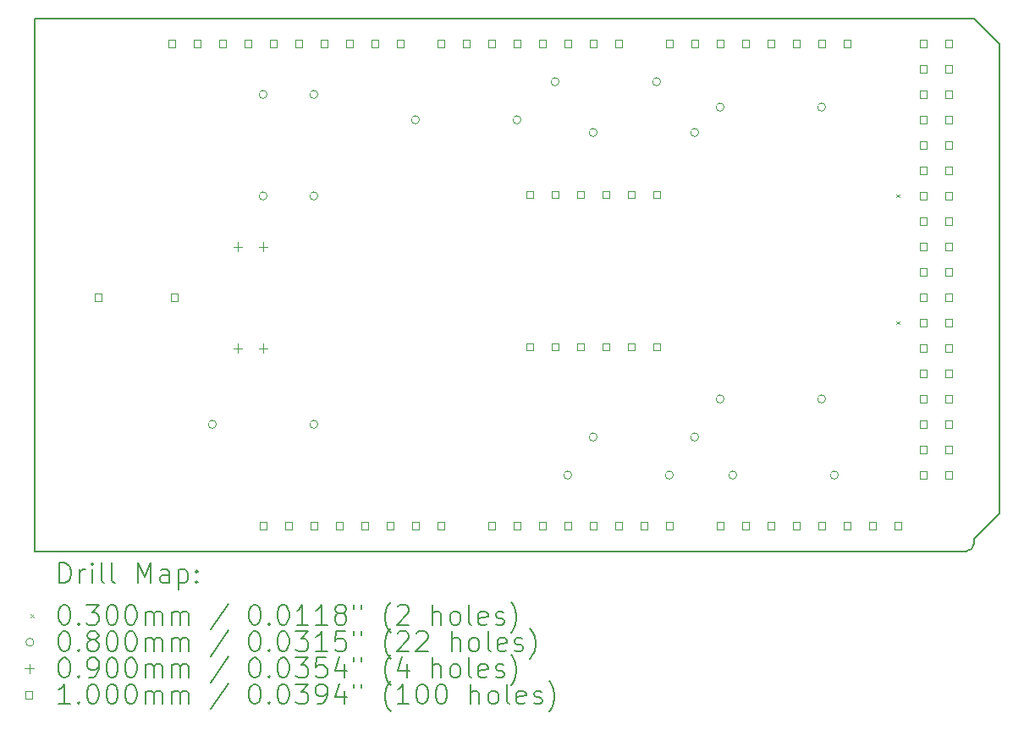
<source format=gbr>
%TF.GenerationSoftware,KiCad,Pcbnew,(6.0.8)*%
%TF.CreationDate,2022-10-24T16:19:59-07:00*%
%TF.ProjectId,p_4,705f342e-6b69-4636-9164-5f7063625858,rev?*%
%TF.SameCoordinates,Original*%
%TF.FileFunction,Drillmap*%
%TF.FilePolarity,Positive*%
%FSLAX45Y45*%
G04 Gerber Fmt 4.5, Leading zero omitted, Abs format (unit mm)*
G04 Created by KiCad (PCBNEW (6.0.8)) date 2022-10-24 16:19:59*
%MOMM*%
%LPD*%
G01*
G04 APERTURE LIST*
%ADD10C,0.150000*%
%ADD11C,0.200000*%
%ADD12C,0.030000*%
%ADD13C,0.080000*%
%ADD14C,0.090000*%
%ADD15C,0.100000*%
G04 APERTURE END LIST*
D10*
X10508000Y-10000000D02*
X10508000Y-4666000D01*
X20160000Y-6190000D02*
X20160000Y-9619000D01*
X20160000Y-4920000D02*
X19906000Y-4666000D01*
X19829800Y-10000000D02*
X10508000Y-10000000D01*
X10508000Y-4666000D02*
X19652000Y-4666000D01*
X20160000Y-9619000D02*
X19906000Y-9873000D01*
X19829800Y-10000000D02*
G75*
G03*
X19906000Y-9923800I0J76200D01*
G01*
X19906000Y-4666000D02*
X19652000Y-4666000D01*
X20160000Y-4920000D02*
X20160000Y-5936000D01*
X19906000Y-9873000D02*
X19906000Y-9923800D01*
X20160000Y-6190000D02*
X20160000Y-5936000D01*
D11*
D12*
X19129000Y-6429000D02*
X19159000Y-6459000D01*
X19159000Y-6429000D02*
X19129000Y-6459000D01*
X19129000Y-7699000D02*
X19159000Y-7729000D01*
X19159000Y-7699000D02*
X19129000Y-7729000D01*
D13*
X12326000Y-8730000D02*
G75*
G03*
X12326000Y-8730000I-40000J0D01*
G01*
X12834000Y-5428000D02*
G75*
G03*
X12834000Y-5428000I-40000J0D01*
G01*
X12834000Y-6444000D02*
G75*
G03*
X12834000Y-6444000I-40000J0D01*
G01*
X13342000Y-5428000D02*
G75*
G03*
X13342000Y-5428000I-40000J0D01*
G01*
X13342000Y-6444000D02*
G75*
G03*
X13342000Y-6444000I-40000J0D01*
G01*
X13342000Y-8730000D02*
G75*
G03*
X13342000Y-8730000I-40000J0D01*
G01*
X14358000Y-5682000D02*
G75*
G03*
X14358000Y-5682000I-40000J0D01*
G01*
X15374000Y-5682000D02*
G75*
G03*
X15374000Y-5682000I-40000J0D01*
G01*
X15755000Y-5301000D02*
G75*
G03*
X15755000Y-5301000I-40000J0D01*
G01*
X15882000Y-9238000D02*
G75*
G03*
X15882000Y-9238000I-40000J0D01*
G01*
X16136000Y-5809000D02*
G75*
G03*
X16136000Y-5809000I-40000J0D01*
G01*
X16136000Y-8857000D02*
G75*
G03*
X16136000Y-8857000I-40000J0D01*
G01*
X16771000Y-5301000D02*
G75*
G03*
X16771000Y-5301000I-40000J0D01*
G01*
X16898000Y-9238000D02*
G75*
G03*
X16898000Y-9238000I-40000J0D01*
G01*
X17152000Y-5809000D02*
G75*
G03*
X17152000Y-5809000I-40000J0D01*
G01*
X17152000Y-8857000D02*
G75*
G03*
X17152000Y-8857000I-40000J0D01*
G01*
X17406000Y-5555000D02*
G75*
G03*
X17406000Y-5555000I-40000J0D01*
G01*
X17406000Y-8476000D02*
G75*
G03*
X17406000Y-8476000I-40000J0D01*
G01*
X17533000Y-9238000D02*
G75*
G03*
X17533000Y-9238000I-40000J0D01*
G01*
X18422000Y-5555000D02*
G75*
G03*
X18422000Y-5555000I-40000J0D01*
G01*
X18422000Y-8476000D02*
G75*
G03*
X18422000Y-8476000I-40000J0D01*
G01*
X18549000Y-9238000D02*
G75*
G03*
X18549000Y-9238000I-40000J0D01*
G01*
D14*
X12540000Y-6907000D02*
X12540000Y-6997000D01*
X12495000Y-6952000D02*
X12585000Y-6952000D01*
X12540000Y-7923000D02*
X12540000Y-8013000D01*
X12495000Y-7968000D02*
X12585000Y-7968000D01*
X12794000Y-6907000D02*
X12794000Y-6997000D01*
X12749000Y-6952000D02*
X12839000Y-6952000D01*
X12794000Y-7923000D02*
X12794000Y-8013000D01*
X12749000Y-7968000D02*
X12839000Y-7968000D01*
D15*
X11179356Y-7495356D02*
X11179356Y-7424644D01*
X11108644Y-7424644D01*
X11108644Y-7495356D01*
X11179356Y-7495356D01*
X11914956Y-4955356D02*
X11914956Y-4884644D01*
X11844244Y-4884644D01*
X11844244Y-4955356D01*
X11914956Y-4955356D01*
X11939356Y-7495356D02*
X11939356Y-7424644D01*
X11868644Y-7424644D01*
X11868644Y-7495356D01*
X11939356Y-7495356D01*
X12168956Y-4955356D02*
X12168956Y-4884644D01*
X12098244Y-4884644D01*
X12098244Y-4955356D01*
X12168956Y-4955356D01*
X12422956Y-4955356D02*
X12422956Y-4884644D01*
X12352244Y-4884644D01*
X12352244Y-4955356D01*
X12422956Y-4955356D01*
X12676956Y-4955356D02*
X12676956Y-4884644D01*
X12606244Y-4884644D01*
X12606244Y-4955356D01*
X12676956Y-4955356D01*
X12829356Y-9781356D02*
X12829356Y-9710644D01*
X12758644Y-9710644D01*
X12758644Y-9781356D01*
X12829356Y-9781356D01*
X12930956Y-4955356D02*
X12930956Y-4884644D01*
X12860244Y-4884644D01*
X12860244Y-4955356D01*
X12930956Y-4955356D01*
X13083356Y-9781356D02*
X13083356Y-9710644D01*
X13012644Y-9710644D01*
X13012644Y-9781356D01*
X13083356Y-9781356D01*
X13184956Y-4955356D02*
X13184956Y-4884644D01*
X13114244Y-4884644D01*
X13114244Y-4955356D01*
X13184956Y-4955356D01*
X13337356Y-9781356D02*
X13337356Y-9710644D01*
X13266644Y-9710644D01*
X13266644Y-9781356D01*
X13337356Y-9781356D01*
X13438956Y-4955356D02*
X13438956Y-4884644D01*
X13368244Y-4884644D01*
X13368244Y-4955356D01*
X13438956Y-4955356D01*
X13591356Y-9781356D02*
X13591356Y-9710644D01*
X13520644Y-9710644D01*
X13520644Y-9781356D01*
X13591356Y-9781356D01*
X13692956Y-4955356D02*
X13692956Y-4884644D01*
X13622244Y-4884644D01*
X13622244Y-4955356D01*
X13692956Y-4955356D01*
X13845356Y-9781356D02*
X13845356Y-9710644D01*
X13774644Y-9710644D01*
X13774644Y-9781356D01*
X13845356Y-9781356D01*
X13946956Y-4955356D02*
X13946956Y-4884644D01*
X13876244Y-4884644D01*
X13876244Y-4955356D01*
X13946956Y-4955356D01*
X14099356Y-9781356D02*
X14099356Y-9710644D01*
X14028644Y-9710644D01*
X14028644Y-9781356D01*
X14099356Y-9781356D01*
X14200956Y-4955356D02*
X14200956Y-4884644D01*
X14130244Y-4884644D01*
X14130244Y-4955356D01*
X14200956Y-4955356D01*
X14353356Y-9781356D02*
X14353356Y-9710644D01*
X14282644Y-9710644D01*
X14282644Y-9781356D01*
X14353356Y-9781356D01*
X14607356Y-4955356D02*
X14607356Y-4884644D01*
X14536644Y-4884644D01*
X14536644Y-4955356D01*
X14607356Y-4955356D01*
X14607356Y-9781356D02*
X14607356Y-9710644D01*
X14536644Y-9710644D01*
X14536644Y-9781356D01*
X14607356Y-9781356D01*
X14861356Y-4955356D02*
X14861356Y-4884644D01*
X14790644Y-4884644D01*
X14790644Y-4955356D01*
X14861356Y-4955356D01*
X15115356Y-4955356D02*
X15115356Y-4884644D01*
X15044644Y-4884644D01*
X15044644Y-4955356D01*
X15115356Y-4955356D01*
X15115356Y-9781356D02*
X15115356Y-9710644D01*
X15044644Y-9710644D01*
X15044644Y-9781356D01*
X15115356Y-9781356D01*
X15369356Y-4955356D02*
X15369356Y-4884644D01*
X15298644Y-4884644D01*
X15298644Y-4955356D01*
X15369356Y-4955356D01*
X15369356Y-9781356D02*
X15369356Y-9710644D01*
X15298644Y-9710644D01*
X15298644Y-9781356D01*
X15369356Y-9781356D01*
X15496356Y-6465106D02*
X15496356Y-6394394D01*
X15425644Y-6394394D01*
X15425644Y-6465106D01*
X15496356Y-6465106D01*
X15496356Y-7989106D02*
X15496356Y-7918394D01*
X15425644Y-7918394D01*
X15425644Y-7989106D01*
X15496356Y-7989106D01*
X15623356Y-4955356D02*
X15623356Y-4884644D01*
X15552644Y-4884644D01*
X15552644Y-4955356D01*
X15623356Y-4955356D01*
X15623356Y-9781356D02*
X15623356Y-9710644D01*
X15552644Y-9710644D01*
X15552644Y-9781356D01*
X15623356Y-9781356D01*
X15750356Y-6465106D02*
X15750356Y-6394394D01*
X15679644Y-6394394D01*
X15679644Y-6465106D01*
X15750356Y-6465106D01*
X15750356Y-7989106D02*
X15750356Y-7918394D01*
X15679644Y-7918394D01*
X15679644Y-7989106D01*
X15750356Y-7989106D01*
X15877356Y-4955356D02*
X15877356Y-4884644D01*
X15806644Y-4884644D01*
X15806644Y-4955356D01*
X15877356Y-4955356D01*
X15877356Y-9781356D02*
X15877356Y-9710644D01*
X15806644Y-9710644D01*
X15806644Y-9781356D01*
X15877356Y-9781356D01*
X16004356Y-6465106D02*
X16004356Y-6394394D01*
X15933644Y-6394394D01*
X15933644Y-6465106D01*
X16004356Y-6465106D01*
X16004356Y-7989106D02*
X16004356Y-7918394D01*
X15933644Y-7918394D01*
X15933644Y-7989106D01*
X16004356Y-7989106D01*
X16131356Y-4955356D02*
X16131356Y-4884644D01*
X16060644Y-4884644D01*
X16060644Y-4955356D01*
X16131356Y-4955356D01*
X16131356Y-9781356D02*
X16131356Y-9710644D01*
X16060644Y-9710644D01*
X16060644Y-9781356D01*
X16131356Y-9781356D01*
X16258356Y-6465106D02*
X16258356Y-6394394D01*
X16187644Y-6394394D01*
X16187644Y-6465106D01*
X16258356Y-6465106D01*
X16258356Y-7989106D02*
X16258356Y-7918394D01*
X16187644Y-7918394D01*
X16187644Y-7989106D01*
X16258356Y-7989106D01*
X16385356Y-4955356D02*
X16385356Y-4884644D01*
X16314644Y-4884644D01*
X16314644Y-4955356D01*
X16385356Y-4955356D01*
X16385356Y-9781356D02*
X16385356Y-9710644D01*
X16314644Y-9710644D01*
X16314644Y-9781356D01*
X16385356Y-9781356D01*
X16512356Y-6465106D02*
X16512356Y-6394394D01*
X16441644Y-6394394D01*
X16441644Y-6465106D01*
X16512356Y-6465106D01*
X16512356Y-7989106D02*
X16512356Y-7918394D01*
X16441644Y-7918394D01*
X16441644Y-7989106D01*
X16512356Y-7989106D01*
X16639356Y-9781356D02*
X16639356Y-9710644D01*
X16568644Y-9710644D01*
X16568644Y-9781356D01*
X16639356Y-9781356D01*
X16766356Y-6465106D02*
X16766356Y-6394394D01*
X16695644Y-6394394D01*
X16695644Y-6465106D01*
X16766356Y-6465106D01*
X16766356Y-7989106D02*
X16766356Y-7918394D01*
X16695644Y-7918394D01*
X16695644Y-7989106D01*
X16766356Y-7989106D01*
X16893356Y-4955356D02*
X16893356Y-4884644D01*
X16822644Y-4884644D01*
X16822644Y-4955356D01*
X16893356Y-4955356D01*
X16893356Y-9781356D02*
X16893356Y-9710644D01*
X16822644Y-9710644D01*
X16822644Y-9781356D01*
X16893356Y-9781356D01*
X17147356Y-4955356D02*
X17147356Y-4884644D01*
X17076644Y-4884644D01*
X17076644Y-4955356D01*
X17147356Y-4955356D01*
X17401356Y-4955356D02*
X17401356Y-4884644D01*
X17330644Y-4884644D01*
X17330644Y-4955356D01*
X17401356Y-4955356D01*
X17401356Y-9781356D02*
X17401356Y-9710644D01*
X17330644Y-9710644D01*
X17330644Y-9781356D01*
X17401356Y-9781356D01*
X17655356Y-4955356D02*
X17655356Y-4884644D01*
X17584644Y-4884644D01*
X17584644Y-4955356D01*
X17655356Y-4955356D01*
X17655356Y-9781356D02*
X17655356Y-9710644D01*
X17584644Y-9710644D01*
X17584644Y-9781356D01*
X17655356Y-9781356D01*
X17909356Y-4955356D02*
X17909356Y-4884644D01*
X17838644Y-4884644D01*
X17838644Y-4955356D01*
X17909356Y-4955356D01*
X17909356Y-9781356D02*
X17909356Y-9710644D01*
X17838644Y-9710644D01*
X17838644Y-9781356D01*
X17909356Y-9781356D01*
X18163356Y-4955356D02*
X18163356Y-4884644D01*
X18092644Y-4884644D01*
X18092644Y-4955356D01*
X18163356Y-4955356D01*
X18163356Y-9781356D02*
X18163356Y-9710644D01*
X18092644Y-9710644D01*
X18092644Y-9781356D01*
X18163356Y-9781356D01*
X18417356Y-4955356D02*
X18417356Y-4884644D01*
X18346644Y-4884644D01*
X18346644Y-4955356D01*
X18417356Y-4955356D01*
X18417356Y-9781356D02*
X18417356Y-9710644D01*
X18346644Y-9710644D01*
X18346644Y-9781356D01*
X18417356Y-9781356D01*
X18671356Y-4955356D02*
X18671356Y-4884644D01*
X18600644Y-4884644D01*
X18600644Y-4955356D01*
X18671356Y-4955356D01*
X18671356Y-9781356D02*
X18671356Y-9710644D01*
X18600644Y-9710644D01*
X18600644Y-9781356D01*
X18671356Y-9781356D01*
X18925356Y-9781356D02*
X18925356Y-9710644D01*
X18854644Y-9710644D01*
X18854644Y-9781356D01*
X18925356Y-9781356D01*
X19179356Y-9781356D02*
X19179356Y-9710644D01*
X19108644Y-9710644D01*
X19108644Y-9781356D01*
X19179356Y-9781356D01*
X19433356Y-4955356D02*
X19433356Y-4884644D01*
X19362644Y-4884644D01*
X19362644Y-4955356D01*
X19433356Y-4955356D01*
X19433356Y-5209356D02*
X19433356Y-5138644D01*
X19362644Y-5138644D01*
X19362644Y-5209356D01*
X19433356Y-5209356D01*
X19433356Y-5463356D02*
X19433356Y-5392644D01*
X19362644Y-5392644D01*
X19362644Y-5463356D01*
X19433356Y-5463356D01*
X19433356Y-5717356D02*
X19433356Y-5646644D01*
X19362644Y-5646644D01*
X19362644Y-5717356D01*
X19433356Y-5717356D01*
X19433356Y-5971356D02*
X19433356Y-5900644D01*
X19362644Y-5900644D01*
X19362644Y-5971356D01*
X19433356Y-5971356D01*
X19433356Y-6225356D02*
X19433356Y-6154644D01*
X19362644Y-6154644D01*
X19362644Y-6225356D01*
X19433356Y-6225356D01*
X19433356Y-6479356D02*
X19433356Y-6408644D01*
X19362644Y-6408644D01*
X19362644Y-6479356D01*
X19433356Y-6479356D01*
X19433356Y-6733356D02*
X19433356Y-6662644D01*
X19362644Y-6662644D01*
X19362644Y-6733356D01*
X19433356Y-6733356D01*
X19433356Y-6987356D02*
X19433356Y-6916644D01*
X19362644Y-6916644D01*
X19362644Y-6987356D01*
X19433356Y-6987356D01*
X19433356Y-7241356D02*
X19433356Y-7170644D01*
X19362644Y-7170644D01*
X19362644Y-7241356D01*
X19433356Y-7241356D01*
X19433356Y-7495356D02*
X19433356Y-7424644D01*
X19362644Y-7424644D01*
X19362644Y-7495356D01*
X19433356Y-7495356D01*
X19433356Y-7749356D02*
X19433356Y-7678644D01*
X19362644Y-7678644D01*
X19362644Y-7749356D01*
X19433356Y-7749356D01*
X19433356Y-8003356D02*
X19433356Y-7932644D01*
X19362644Y-7932644D01*
X19362644Y-8003356D01*
X19433356Y-8003356D01*
X19433356Y-8257356D02*
X19433356Y-8186644D01*
X19362644Y-8186644D01*
X19362644Y-8257356D01*
X19433356Y-8257356D01*
X19433356Y-8511356D02*
X19433356Y-8440644D01*
X19362644Y-8440644D01*
X19362644Y-8511356D01*
X19433356Y-8511356D01*
X19433356Y-8765356D02*
X19433356Y-8694644D01*
X19362644Y-8694644D01*
X19362644Y-8765356D01*
X19433356Y-8765356D01*
X19433356Y-9019356D02*
X19433356Y-8948644D01*
X19362644Y-8948644D01*
X19362644Y-9019356D01*
X19433356Y-9019356D01*
X19433356Y-9273356D02*
X19433356Y-9202644D01*
X19362644Y-9202644D01*
X19362644Y-9273356D01*
X19433356Y-9273356D01*
X19687356Y-4955356D02*
X19687356Y-4884644D01*
X19616644Y-4884644D01*
X19616644Y-4955356D01*
X19687356Y-4955356D01*
X19687356Y-5209356D02*
X19687356Y-5138644D01*
X19616644Y-5138644D01*
X19616644Y-5209356D01*
X19687356Y-5209356D01*
X19687356Y-5463356D02*
X19687356Y-5392644D01*
X19616644Y-5392644D01*
X19616644Y-5463356D01*
X19687356Y-5463356D01*
X19687356Y-5717356D02*
X19687356Y-5646644D01*
X19616644Y-5646644D01*
X19616644Y-5717356D01*
X19687356Y-5717356D01*
X19687356Y-5971356D02*
X19687356Y-5900644D01*
X19616644Y-5900644D01*
X19616644Y-5971356D01*
X19687356Y-5971356D01*
X19687356Y-6225356D02*
X19687356Y-6154644D01*
X19616644Y-6154644D01*
X19616644Y-6225356D01*
X19687356Y-6225356D01*
X19687356Y-6479356D02*
X19687356Y-6408644D01*
X19616644Y-6408644D01*
X19616644Y-6479356D01*
X19687356Y-6479356D01*
X19687356Y-6733356D02*
X19687356Y-6662644D01*
X19616644Y-6662644D01*
X19616644Y-6733356D01*
X19687356Y-6733356D01*
X19687356Y-6987356D02*
X19687356Y-6916644D01*
X19616644Y-6916644D01*
X19616644Y-6987356D01*
X19687356Y-6987356D01*
X19687356Y-7241356D02*
X19687356Y-7170644D01*
X19616644Y-7170644D01*
X19616644Y-7241356D01*
X19687356Y-7241356D01*
X19687356Y-7495356D02*
X19687356Y-7424644D01*
X19616644Y-7424644D01*
X19616644Y-7495356D01*
X19687356Y-7495356D01*
X19687356Y-7749356D02*
X19687356Y-7678644D01*
X19616644Y-7678644D01*
X19616644Y-7749356D01*
X19687356Y-7749356D01*
X19687356Y-8003356D02*
X19687356Y-7932644D01*
X19616644Y-7932644D01*
X19616644Y-8003356D01*
X19687356Y-8003356D01*
X19687356Y-8257356D02*
X19687356Y-8186644D01*
X19616644Y-8186644D01*
X19616644Y-8257356D01*
X19687356Y-8257356D01*
X19687356Y-8511356D02*
X19687356Y-8440644D01*
X19616644Y-8440644D01*
X19616644Y-8511356D01*
X19687356Y-8511356D01*
X19687356Y-8765356D02*
X19687356Y-8694644D01*
X19616644Y-8694644D01*
X19616644Y-8765356D01*
X19687356Y-8765356D01*
X19687356Y-9019356D02*
X19687356Y-8948644D01*
X19616644Y-8948644D01*
X19616644Y-9019356D01*
X19687356Y-9019356D01*
X19687356Y-9273356D02*
X19687356Y-9202644D01*
X19616644Y-9202644D01*
X19616644Y-9273356D01*
X19687356Y-9273356D01*
D11*
X10758119Y-10317976D02*
X10758119Y-10117976D01*
X10805738Y-10117976D01*
X10834310Y-10127500D01*
X10853357Y-10146548D01*
X10862881Y-10165595D01*
X10872405Y-10203690D01*
X10872405Y-10232262D01*
X10862881Y-10270357D01*
X10853357Y-10289405D01*
X10834310Y-10308452D01*
X10805738Y-10317976D01*
X10758119Y-10317976D01*
X10958119Y-10317976D02*
X10958119Y-10184643D01*
X10958119Y-10222738D02*
X10967643Y-10203690D01*
X10977167Y-10194167D01*
X10996214Y-10184643D01*
X11015262Y-10184643D01*
X11081929Y-10317976D02*
X11081929Y-10184643D01*
X11081929Y-10117976D02*
X11072405Y-10127500D01*
X11081929Y-10137024D01*
X11091452Y-10127500D01*
X11081929Y-10117976D01*
X11081929Y-10137024D01*
X11205738Y-10317976D02*
X11186690Y-10308452D01*
X11177167Y-10289405D01*
X11177167Y-10117976D01*
X11310500Y-10317976D02*
X11291452Y-10308452D01*
X11281928Y-10289405D01*
X11281928Y-10117976D01*
X11539071Y-10317976D02*
X11539071Y-10117976D01*
X11605738Y-10260833D01*
X11672405Y-10117976D01*
X11672405Y-10317976D01*
X11853357Y-10317976D02*
X11853357Y-10213214D01*
X11843833Y-10194167D01*
X11824786Y-10184643D01*
X11786690Y-10184643D01*
X11767643Y-10194167D01*
X11853357Y-10308452D02*
X11834309Y-10317976D01*
X11786690Y-10317976D01*
X11767643Y-10308452D01*
X11758119Y-10289405D01*
X11758119Y-10270357D01*
X11767643Y-10251310D01*
X11786690Y-10241786D01*
X11834309Y-10241786D01*
X11853357Y-10232262D01*
X11948595Y-10184643D02*
X11948595Y-10384643D01*
X11948595Y-10194167D02*
X11967643Y-10184643D01*
X12005738Y-10184643D01*
X12024786Y-10194167D01*
X12034309Y-10203690D01*
X12043833Y-10222738D01*
X12043833Y-10279881D01*
X12034309Y-10298929D01*
X12024786Y-10308452D01*
X12005738Y-10317976D01*
X11967643Y-10317976D01*
X11948595Y-10308452D01*
X12129548Y-10298929D02*
X12139071Y-10308452D01*
X12129548Y-10317976D01*
X12120024Y-10308452D01*
X12129548Y-10298929D01*
X12129548Y-10317976D01*
X12129548Y-10194167D02*
X12139071Y-10203690D01*
X12129548Y-10213214D01*
X12120024Y-10203690D01*
X12129548Y-10194167D01*
X12129548Y-10213214D01*
D12*
X10470500Y-10632500D02*
X10500500Y-10662500D01*
X10500500Y-10632500D02*
X10470500Y-10662500D01*
D11*
X10796214Y-10537976D02*
X10815262Y-10537976D01*
X10834310Y-10547500D01*
X10843833Y-10557024D01*
X10853357Y-10576071D01*
X10862881Y-10614167D01*
X10862881Y-10661786D01*
X10853357Y-10699881D01*
X10843833Y-10718929D01*
X10834310Y-10728452D01*
X10815262Y-10737976D01*
X10796214Y-10737976D01*
X10777167Y-10728452D01*
X10767643Y-10718929D01*
X10758119Y-10699881D01*
X10748595Y-10661786D01*
X10748595Y-10614167D01*
X10758119Y-10576071D01*
X10767643Y-10557024D01*
X10777167Y-10547500D01*
X10796214Y-10537976D01*
X10948595Y-10718929D02*
X10958119Y-10728452D01*
X10948595Y-10737976D01*
X10939071Y-10728452D01*
X10948595Y-10718929D01*
X10948595Y-10737976D01*
X11024786Y-10537976D02*
X11148595Y-10537976D01*
X11081929Y-10614167D01*
X11110500Y-10614167D01*
X11129548Y-10623690D01*
X11139071Y-10633214D01*
X11148595Y-10652262D01*
X11148595Y-10699881D01*
X11139071Y-10718929D01*
X11129548Y-10728452D01*
X11110500Y-10737976D01*
X11053357Y-10737976D01*
X11034310Y-10728452D01*
X11024786Y-10718929D01*
X11272405Y-10537976D02*
X11291452Y-10537976D01*
X11310500Y-10547500D01*
X11320024Y-10557024D01*
X11329548Y-10576071D01*
X11339071Y-10614167D01*
X11339071Y-10661786D01*
X11329548Y-10699881D01*
X11320024Y-10718929D01*
X11310500Y-10728452D01*
X11291452Y-10737976D01*
X11272405Y-10737976D01*
X11253357Y-10728452D01*
X11243833Y-10718929D01*
X11234309Y-10699881D01*
X11224786Y-10661786D01*
X11224786Y-10614167D01*
X11234309Y-10576071D01*
X11243833Y-10557024D01*
X11253357Y-10547500D01*
X11272405Y-10537976D01*
X11462881Y-10537976D02*
X11481928Y-10537976D01*
X11500976Y-10547500D01*
X11510500Y-10557024D01*
X11520024Y-10576071D01*
X11529548Y-10614167D01*
X11529548Y-10661786D01*
X11520024Y-10699881D01*
X11510500Y-10718929D01*
X11500976Y-10728452D01*
X11481928Y-10737976D01*
X11462881Y-10737976D01*
X11443833Y-10728452D01*
X11434309Y-10718929D01*
X11424786Y-10699881D01*
X11415262Y-10661786D01*
X11415262Y-10614167D01*
X11424786Y-10576071D01*
X11434309Y-10557024D01*
X11443833Y-10547500D01*
X11462881Y-10537976D01*
X11615262Y-10737976D02*
X11615262Y-10604643D01*
X11615262Y-10623690D02*
X11624786Y-10614167D01*
X11643833Y-10604643D01*
X11672405Y-10604643D01*
X11691452Y-10614167D01*
X11700976Y-10633214D01*
X11700976Y-10737976D01*
X11700976Y-10633214D02*
X11710500Y-10614167D01*
X11729548Y-10604643D01*
X11758119Y-10604643D01*
X11777167Y-10614167D01*
X11786690Y-10633214D01*
X11786690Y-10737976D01*
X11881928Y-10737976D02*
X11881928Y-10604643D01*
X11881928Y-10623690D02*
X11891452Y-10614167D01*
X11910500Y-10604643D01*
X11939071Y-10604643D01*
X11958119Y-10614167D01*
X11967643Y-10633214D01*
X11967643Y-10737976D01*
X11967643Y-10633214D02*
X11977167Y-10614167D01*
X11996214Y-10604643D01*
X12024786Y-10604643D01*
X12043833Y-10614167D01*
X12053357Y-10633214D01*
X12053357Y-10737976D01*
X12443833Y-10528452D02*
X12272405Y-10785595D01*
X12700976Y-10537976D02*
X12720024Y-10537976D01*
X12739071Y-10547500D01*
X12748595Y-10557024D01*
X12758119Y-10576071D01*
X12767643Y-10614167D01*
X12767643Y-10661786D01*
X12758119Y-10699881D01*
X12748595Y-10718929D01*
X12739071Y-10728452D01*
X12720024Y-10737976D01*
X12700976Y-10737976D01*
X12681928Y-10728452D01*
X12672405Y-10718929D01*
X12662881Y-10699881D01*
X12653357Y-10661786D01*
X12653357Y-10614167D01*
X12662881Y-10576071D01*
X12672405Y-10557024D01*
X12681928Y-10547500D01*
X12700976Y-10537976D01*
X12853357Y-10718929D02*
X12862881Y-10728452D01*
X12853357Y-10737976D01*
X12843833Y-10728452D01*
X12853357Y-10718929D01*
X12853357Y-10737976D01*
X12986690Y-10537976D02*
X13005738Y-10537976D01*
X13024786Y-10547500D01*
X13034309Y-10557024D01*
X13043833Y-10576071D01*
X13053357Y-10614167D01*
X13053357Y-10661786D01*
X13043833Y-10699881D01*
X13034309Y-10718929D01*
X13024786Y-10728452D01*
X13005738Y-10737976D01*
X12986690Y-10737976D01*
X12967643Y-10728452D01*
X12958119Y-10718929D01*
X12948595Y-10699881D01*
X12939071Y-10661786D01*
X12939071Y-10614167D01*
X12948595Y-10576071D01*
X12958119Y-10557024D01*
X12967643Y-10547500D01*
X12986690Y-10537976D01*
X13243833Y-10737976D02*
X13129548Y-10737976D01*
X13186690Y-10737976D02*
X13186690Y-10537976D01*
X13167643Y-10566548D01*
X13148595Y-10585595D01*
X13129548Y-10595119D01*
X13434309Y-10737976D02*
X13320024Y-10737976D01*
X13377167Y-10737976D02*
X13377167Y-10537976D01*
X13358119Y-10566548D01*
X13339071Y-10585595D01*
X13320024Y-10595119D01*
X13548595Y-10623690D02*
X13529548Y-10614167D01*
X13520024Y-10604643D01*
X13510500Y-10585595D01*
X13510500Y-10576071D01*
X13520024Y-10557024D01*
X13529548Y-10547500D01*
X13548595Y-10537976D01*
X13586690Y-10537976D01*
X13605738Y-10547500D01*
X13615262Y-10557024D01*
X13624786Y-10576071D01*
X13624786Y-10585595D01*
X13615262Y-10604643D01*
X13605738Y-10614167D01*
X13586690Y-10623690D01*
X13548595Y-10623690D01*
X13529548Y-10633214D01*
X13520024Y-10642738D01*
X13510500Y-10661786D01*
X13510500Y-10699881D01*
X13520024Y-10718929D01*
X13529548Y-10728452D01*
X13548595Y-10737976D01*
X13586690Y-10737976D01*
X13605738Y-10728452D01*
X13615262Y-10718929D01*
X13624786Y-10699881D01*
X13624786Y-10661786D01*
X13615262Y-10642738D01*
X13605738Y-10633214D01*
X13586690Y-10623690D01*
X13700976Y-10537976D02*
X13700976Y-10576071D01*
X13777167Y-10537976D02*
X13777167Y-10576071D01*
X14072405Y-10814167D02*
X14062881Y-10804643D01*
X14043833Y-10776071D01*
X14034309Y-10757024D01*
X14024786Y-10728452D01*
X14015262Y-10680833D01*
X14015262Y-10642738D01*
X14024786Y-10595119D01*
X14034309Y-10566548D01*
X14043833Y-10547500D01*
X14062881Y-10518929D01*
X14072405Y-10509405D01*
X14139071Y-10557024D02*
X14148595Y-10547500D01*
X14167643Y-10537976D01*
X14215262Y-10537976D01*
X14234309Y-10547500D01*
X14243833Y-10557024D01*
X14253357Y-10576071D01*
X14253357Y-10595119D01*
X14243833Y-10623690D01*
X14129548Y-10737976D01*
X14253357Y-10737976D01*
X14491452Y-10737976D02*
X14491452Y-10537976D01*
X14577167Y-10737976D02*
X14577167Y-10633214D01*
X14567643Y-10614167D01*
X14548595Y-10604643D01*
X14520024Y-10604643D01*
X14500976Y-10614167D01*
X14491452Y-10623690D01*
X14700976Y-10737976D02*
X14681928Y-10728452D01*
X14672405Y-10718929D01*
X14662881Y-10699881D01*
X14662881Y-10642738D01*
X14672405Y-10623690D01*
X14681928Y-10614167D01*
X14700976Y-10604643D01*
X14729548Y-10604643D01*
X14748595Y-10614167D01*
X14758119Y-10623690D01*
X14767643Y-10642738D01*
X14767643Y-10699881D01*
X14758119Y-10718929D01*
X14748595Y-10728452D01*
X14729548Y-10737976D01*
X14700976Y-10737976D01*
X14881928Y-10737976D02*
X14862881Y-10728452D01*
X14853357Y-10709405D01*
X14853357Y-10537976D01*
X15034309Y-10728452D02*
X15015262Y-10737976D01*
X14977167Y-10737976D01*
X14958119Y-10728452D01*
X14948595Y-10709405D01*
X14948595Y-10633214D01*
X14958119Y-10614167D01*
X14977167Y-10604643D01*
X15015262Y-10604643D01*
X15034309Y-10614167D01*
X15043833Y-10633214D01*
X15043833Y-10652262D01*
X14948595Y-10671310D01*
X15120024Y-10728452D02*
X15139071Y-10737976D01*
X15177167Y-10737976D01*
X15196214Y-10728452D01*
X15205738Y-10709405D01*
X15205738Y-10699881D01*
X15196214Y-10680833D01*
X15177167Y-10671310D01*
X15148595Y-10671310D01*
X15129548Y-10661786D01*
X15120024Y-10642738D01*
X15120024Y-10633214D01*
X15129548Y-10614167D01*
X15148595Y-10604643D01*
X15177167Y-10604643D01*
X15196214Y-10614167D01*
X15272405Y-10814167D02*
X15281928Y-10804643D01*
X15300976Y-10776071D01*
X15310500Y-10757024D01*
X15320024Y-10728452D01*
X15329548Y-10680833D01*
X15329548Y-10642738D01*
X15320024Y-10595119D01*
X15310500Y-10566548D01*
X15300976Y-10547500D01*
X15281928Y-10518929D01*
X15272405Y-10509405D01*
D13*
X10500500Y-10911500D02*
G75*
G03*
X10500500Y-10911500I-40000J0D01*
G01*
D11*
X10796214Y-10801976D02*
X10815262Y-10801976D01*
X10834310Y-10811500D01*
X10843833Y-10821024D01*
X10853357Y-10840071D01*
X10862881Y-10878167D01*
X10862881Y-10925786D01*
X10853357Y-10963881D01*
X10843833Y-10982929D01*
X10834310Y-10992452D01*
X10815262Y-11001976D01*
X10796214Y-11001976D01*
X10777167Y-10992452D01*
X10767643Y-10982929D01*
X10758119Y-10963881D01*
X10748595Y-10925786D01*
X10748595Y-10878167D01*
X10758119Y-10840071D01*
X10767643Y-10821024D01*
X10777167Y-10811500D01*
X10796214Y-10801976D01*
X10948595Y-10982929D02*
X10958119Y-10992452D01*
X10948595Y-11001976D01*
X10939071Y-10992452D01*
X10948595Y-10982929D01*
X10948595Y-11001976D01*
X11072405Y-10887690D02*
X11053357Y-10878167D01*
X11043833Y-10868643D01*
X11034310Y-10849595D01*
X11034310Y-10840071D01*
X11043833Y-10821024D01*
X11053357Y-10811500D01*
X11072405Y-10801976D01*
X11110500Y-10801976D01*
X11129548Y-10811500D01*
X11139071Y-10821024D01*
X11148595Y-10840071D01*
X11148595Y-10849595D01*
X11139071Y-10868643D01*
X11129548Y-10878167D01*
X11110500Y-10887690D01*
X11072405Y-10887690D01*
X11053357Y-10897214D01*
X11043833Y-10906738D01*
X11034310Y-10925786D01*
X11034310Y-10963881D01*
X11043833Y-10982929D01*
X11053357Y-10992452D01*
X11072405Y-11001976D01*
X11110500Y-11001976D01*
X11129548Y-10992452D01*
X11139071Y-10982929D01*
X11148595Y-10963881D01*
X11148595Y-10925786D01*
X11139071Y-10906738D01*
X11129548Y-10897214D01*
X11110500Y-10887690D01*
X11272405Y-10801976D02*
X11291452Y-10801976D01*
X11310500Y-10811500D01*
X11320024Y-10821024D01*
X11329548Y-10840071D01*
X11339071Y-10878167D01*
X11339071Y-10925786D01*
X11329548Y-10963881D01*
X11320024Y-10982929D01*
X11310500Y-10992452D01*
X11291452Y-11001976D01*
X11272405Y-11001976D01*
X11253357Y-10992452D01*
X11243833Y-10982929D01*
X11234309Y-10963881D01*
X11224786Y-10925786D01*
X11224786Y-10878167D01*
X11234309Y-10840071D01*
X11243833Y-10821024D01*
X11253357Y-10811500D01*
X11272405Y-10801976D01*
X11462881Y-10801976D02*
X11481928Y-10801976D01*
X11500976Y-10811500D01*
X11510500Y-10821024D01*
X11520024Y-10840071D01*
X11529548Y-10878167D01*
X11529548Y-10925786D01*
X11520024Y-10963881D01*
X11510500Y-10982929D01*
X11500976Y-10992452D01*
X11481928Y-11001976D01*
X11462881Y-11001976D01*
X11443833Y-10992452D01*
X11434309Y-10982929D01*
X11424786Y-10963881D01*
X11415262Y-10925786D01*
X11415262Y-10878167D01*
X11424786Y-10840071D01*
X11434309Y-10821024D01*
X11443833Y-10811500D01*
X11462881Y-10801976D01*
X11615262Y-11001976D02*
X11615262Y-10868643D01*
X11615262Y-10887690D02*
X11624786Y-10878167D01*
X11643833Y-10868643D01*
X11672405Y-10868643D01*
X11691452Y-10878167D01*
X11700976Y-10897214D01*
X11700976Y-11001976D01*
X11700976Y-10897214D02*
X11710500Y-10878167D01*
X11729548Y-10868643D01*
X11758119Y-10868643D01*
X11777167Y-10878167D01*
X11786690Y-10897214D01*
X11786690Y-11001976D01*
X11881928Y-11001976D02*
X11881928Y-10868643D01*
X11881928Y-10887690D02*
X11891452Y-10878167D01*
X11910500Y-10868643D01*
X11939071Y-10868643D01*
X11958119Y-10878167D01*
X11967643Y-10897214D01*
X11967643Y-11001976D01*
X11967643Y-10897214D02*
X11977167Y-10878167D01*
X11996214Y-10868643D01*
X12024786Y-10868643D01*
X12043833Y-10878167D01*
X12053357Y-10897214D01*
X12053357Y-11001976D01*
X12443833Y-10792452D02*
X12272405Y-11049595D01*
X12700976Y-10801976D02*
X12720024Y-10801976D01*
X12739071Y-10811500D01*
X12748595Y-10821024D01*
X12758119Y-10840071D01*
X12767643Y-10878167D01*
X12767643Y-10925786D01*
X12758119Y-10963881D01*
X12748595Y-10982929D01*
X12739071Y-10992452D01*
X12720024Y-11001976D01*
X12700976Y-11001976D01*
X12681928Y-10992452D01*
X12672405Y-10982929D01*
X12662881Y-10963881D01*
X12653357Y-10925786D01*
X12653357Y-10878167D01*
X12662881Y-10840071D01*
X12672405Y-10821024D01*
X12681928Y-10811500D01*
X12700976Y-10801976D01*
X12853357Y-10982929D02*
X12862881Y-10992452D01*
X12853357Y-11001976D01*
X12843833Y-10992452D01*
X12853357Y-10982929D01*
X12853357Y-11001976D01*
X12986690Y-10801976D02*
X13005738Y-10801976D01*
X13024786Y-10811500D01*
X13034309Y-10821024D01*
X13043833Y-10840071D01*
X13053357Y-10878167D01*
X13053357Y-10925786D01*
X13043833Y-10963881D01*
X13034309Y-10982929D01*
X13024786Y-10992452D01*
X13005738Y-11001976D01*
X12986690Y-11001976D01*
X12967643Y-10992452D01*
X12958119Y-10982929D01*
X12948595Y-10963881D01*
X12939071Y-10925786D01*
X12939071Y-10878167D01*
X12948595Y-10840071D01*
X12958119Y-10821024D01*
X12967643Y-10811500D01*
X12986690Y-10801976D01*
X13120024Y-10801976D02*
X13243833Y-10801976D01*
X13177167Y-10878167D01*
X13205738Y-10878167D01*
X13224786Y-10887690D01*
X13234309Y-10897214D01*
X13243833Y-10916262D01*
X13243833Y-10963881D01*
X13234309Y-10982929D01*
X13224786Y-10992452D01*
X13205738Y-11001976D01*
X13148595Y-11001976D01*
X13129548Y-10992452D01*
X13120024Y-10982929D01*
X13434309Y-11001976D02*
X13320024Y-11001976D01*
X13377167Y-11001976D02*
X13377167Y-10801976D01*
X13358119Y-10830548D01*
X13339071Y-10849595D01*
X13320024Y-10859119D01*
X13615262Y-10801976D02*
X13520024Y-10801976D01*
X13510500Y-10897214D01*
X13520024Y-10887690D01*
X13539071Y-10878167D01*
X13586690Y-10878167D01*
X13605738Y-10887690D01*
X13615262Y-10897214D01*
X13624786Y-10916262D01*
X13624786Y-10963881D01*
X13615262Y-10982929D01*
X13605738Y-10992452D01*
X13586690Y-11001976D01*
X13539071Y-11001976D01*
X13520024Y-10992452D01*
X13510500Y-10982929D01*
X13700976Y-10801976D02*
X13700976Y-10840071D01*
X13777167Y-10801976D02*
X13777167Y-10840071D01*
X14072405Y-11078167D02*
X14062881Y-11068643D01*
X14043833Y-11040071D01*
X14034309Y-11021024D01*
X14024786Y-10992452D01*
X14015262Y-10944833D01*
X14015262Y-10906738D01*
X14024786Y-10859119D01*
X14034309Y-10830548D01*
X14043833Y-10811500D01*
X14062881Y-10782929D01*
X14072405Y-10773405D01*
X14139071Y-10821024D02*
X14148595Y-10811500D01*
X14167643Y-10801976D01*
X14215262Y-10801976D01*
X14234309Y-10811500D01*
X14243833Y-10821024D01*
X14253357Y-10840071D01*
X14253357Y-10859119D01*
X14243833Y-10887690D01*
X14129548Y-11001976D01*
X14253357Y-11001976D01*
X14329548Y-10821024D02*
X14339071Y-10811500D01*
X14358119Y-10801976D01*
X14405738Y-10801976D01*
X14424786Y-10811500D01*
X14434309Y-10821024D01*
X14443833Y-10840071D01*
X14443833Y-10859119D01*
X14434309Y-10887690D01*
X14320024Y-11001976D01*
X14443833Y-11001976D01*
X14681928Y-11001976D02*
X14681928Y-10801976D01*
X14767643Y-11001976D02*
X14767643Y-10897214D01*
X14758119Y-10878167D01*
X14739071Y-10868643D01*
X14710500Y-10868643D01*
X14691452Y-10878167D01*
X14681928Y-10887690D01*
X14891452Y-11001976D02*
X14872405Y-10992452D01*
X14862881Y-10982929D01*
X14853357Y-10963881D01*
X14853357Y-10906738D01*
X14862881Y-10887690D01*
X14872405Y-10878167D01*
X14891452Y-10868643D01*
X14920024Y-10868643D01*
X14939071Y-10878167D01*
X14948595Y-10887690D01*
X14958119Y-10906738D01*
X14958119Y-10963881D01*
X14948595Y-10982929D01*
X14939071Y-10992452D01*
X14920024Y-11001976D01*
X14891452Y-11001976D01*
X15072405Y-11001976D02*
X15053357Y-10992452D01*
X15043833Y-10973405D01*
X15043833Y-10801976D01*
X15224786Y-10992452D02*
X15205738Y-11001976D01*
X15167643Y-11001976D01*
X15148595Y-10992452D01*
X15139071Y-10973405D01*
X15139071Y-10897214D01*
X15148595Y-10878167D01*
X15167643Y-10868643D01*
X15205738Y-10868643D01*
X15224786Y-10878167D01*
X15234309Y-10897214D01*
X15234309Y-10916262D01*
X15139071Y-10935310D01*
X15310500Y-10992452D02*
X15329548Y-11001976D01*
X15367643Y-11001976D01*
X15386690Y-10992452D01*
X15396214Y-10973405D01*
X15396214Y-10963881D01*
X15386690Y-10944833D01*
X15367643Y-10935310D01*
X15339071Y-10935310D01*
X15320024Y-10925786D01*
X15310500Y-10906738D01*
X15310500Y-10897214D01*
X15320024Y-10878167D01*
X15339071Y-10868643D01*
X15367643Y-10868643D01*
X15386690Y-10878167D01*
X15462881Y-11078167D02*
X15472405Y-11068643D01*
X15491452Y-11040071D01*
X15500976Y-11021024D01*
X15510500Y-10992452D01*
X15520024Y-10944833D01*
X15520024Y-10906738D01*
X15510500Y-10859119D01*
X15500976Y-10830548D01*
X15491452Y-10811500D01*
X15472405Y-10782929D01*
X15462881Y-10773405D01*
D14*
X10455500Y-11130500D02*
X10455500Y-11220500D01*
X10410500Y-11175500D02*
X10500500Y-11175500D01*
D11*
X10796214Y-11065976D02*
X10815262Y-11065976D01*
X10834310Y-11075500D01*
X10843833Y-11085024D01*
X10853357Y-11104071D01*
X10862881Y-11142167D01*
X10862881Y-11189786D01*
X10853357Y-11227881D01*
X10843833Y-11246928D01*
X10834310Y-11256452D01*
X10815262Y-11265976D01*
X10796214Y-11265976D01*
X10777167Y-11256452D01*
X10767643Y-11246928D01*
X10758119Y-11227881D01*
X10748595Y-11189786D01*
X10748595Y-11142167D01*
X10758119Y-11104071D01*
X10767643Y-11085024D01*
X10777167Y-11075500D01*
X10796214Y-11065976D01*
X10948595Y-11246928D02*
X10958119Y-11256452D01*
X10948595Y-11265976D01*
X10939071Y-11256452D01*
X10948595Y-11246928D01*
X10948595Y-11265976D01*
X11053357Y-11265976D02*
X11091452Y-11265976D01*
X11110500Y-11256452D01*
X11120024Y-11246928D01*
X11139071Y-11218357D01*
X11148595Y-11180262D01*
X11148595Y-11104071D01*
X11139071Y-11085024D01*
X11129548Y-11075500D01*
X11110500Y-11065976D01*
X11072405Y-11065976D01*
X11053357Y-11075500D01*
X11043833Y-11085024D01*
X11034310Y-11104071D01*
X11034310Y-11151690D01*
X11043833Y-11170738D01*
X11053357Y-11180262D01*
X11072405Y-11189786D01*
X11110500Y-11189786D01*
X11129548Y-11180262D01*
X11139071Y-11170738D01*
X11148595Y-11151690D01*
X11272405Y-11065976D02*
X11291452Y-11065976D01*
X11310500Y-11075500D01*
X11320024Y-11085024D01*
X11329548Y-11104071D01*
X11339071Y-11142167D01*
X11339071Y-11189786D01*
X11329548Y-11227881D01*
X11320024Y-11246928D01*
X11310500Y-11256452D01*
X11291452Y-11265976D01*
X11272405Y-11265976D01*
X11253357Y-11256452D01*
X11243833Y-11246928D01*
X11234309Y-11227881D01*
X11224786Y-11189786D01*
X11224786Y-11142167D01*
X11234309Y-11104071D01*
X11243833Y-11085024D01*
X11253357Y-11075500D01*
X11272405Y-11065976D01*
X11462881Y-11065976D02*
X11481928Y-11065976D01*
X11500976Y-11075500D01*
X11510500Y-11085024D01*
X11520024Y-11104071D01*
X11529548Y-11142167D01*
X11529548Y-11189786D01*
X11520024Y-11227881D01*
X11510500Y-11246928D01*
X11500976Y-11256452D01*
X11481928Y-11265976D01*
X11462881Y-11265976D01*
X11443833Y-11256452D01*
X11434309Y-11246928D01*
X11424786Y-11227881D01*
X11415262Y-11189786D01*
X11415262Y-11142167D01*
X11424786Y-11104071D01*
X11434309Y-11085024D01*
X11443833Y-11075500D01*
X11462881Y-11065976D01*
X11615262Y-11265976D02*
X11615262Y-11132643D01*
X11615262Y-11151690D02*
X11624786Y-11142167D01*
X11643833Y-11132643D01*
X11672405Y-11132643D01*
X11691452Y-11142167D01*
X11700976Y-11161214D01*
X11700976Y-11265976D01*
X11700976Y-11161214D02*
X11710500Y-11142167D01*
X11729548Y-11132643D01*
X11758119Y-11132643D01*
X11777167Y-11142167D01*
X11786690Y-11161214D01*
X11786690Y-11265976D01*
X11881928Y-11265976D02*
X11881928Y-11132643D01*
X11881928Y-11151690D02*
X11891452Y-11142167D01*
X11910500Y-11132643D01*
X11939071Y-11132643D01*
X11958119Y-11142167D01*
X11967643Y-11161214D01*
X11967643Y-11265976D01*
X11967643Y-11161214D02*
X11977167Y-11142167D01*
X11996214Y-11132643D01*
X12024786Y-11132643D01*
X12043833Y-11142167D01*
X12053357Y-11161214D01*
X12053357Y-11265976D01*
X12443833Y-11056452D02*
X12272405Y-11313595D01*
X12700976Y-11065976D02*
X12720024Y-11065976D01*
X12739071Y-11075500D01*
X12748595Y-11085024D01*
X12758119Y-11104071D01*
X12767643Y-11142167D01*
X12767643Y-11189786D01*
X12758119Y-11227881D01*
X12748595Y-11246928D01*
X12739071Y-11256452D01*
X12720024Y-11265976D01*
X12700976Y-11265976D01*
X12681928Y-11256452D01*
X12672405Y-11246928D01*
X12662881Y-11227881D01*
X12653357Y-11189786D01*
X12653357Y-11142167D01*
X12662881Y-11104071D01*
X12672405Y-11085024D01*
X12681928Y-11075500D01*
X12700976Y-11065976D01*
X12853357Y-11246928D02*
X12862881Y-11256452D01*
X12853357Y-11265976D01*
X12843833Y-11256452D01*
X12853357Y-11246928D01*
X12853357Y-11265976D01*
X12986690Y-11065976D02*
X13005738Y-11065976D01*
X13024786Y-11075500D01*
X13034309Y-11085024D01*
X13043833Y-11104071D01*
X13053357Y-11142167D01*
X13053357Y-11189786D01*
X13043833Y-11227881D01*
X13034309Y-11246928D01*
X13024786Y-11256452D01*
X13005738Y-11265976D01*
X12986690Y-11265976D01*
X12967643Y-11256452D01*
X12958119Y-11246928D01*
X12948595Y-11227881D01*
X12939071Y-11189786D01*
X12939071Y-11142167D01*
X12948595Y-11104071D01*
X12958119Y-11085024D01*
X12967643Y-11075500D01*
X12986690Y-11065976D01*
X13120024Y-11065976D02*
X13243833Y-11065976D01*
X13177167Y-11142167D01*
X13205738Y-11142167D01*
X13224786Y-11151690D01*
X13234309Y-11161214D01*
X13243833Y-11180262D01*
X13243833Y-11227881D01*
X13234309Y-11246928D01*
X13224786Y-11256452D01*
X13205738Y-11265976D01*
X13148595Y-11265976D01*
X13129548Y-11256452D01*
X13120024Y-11246928D01*
X13424786Y-11065976D02*
X13329548Y-11065976D01*
X13320024Y-11161214D01*
X13329548Y-11151690D01*
X13348595Y-11142167D01*
X13396214Y-11142167D01*
X13415262Y-11151690D01*
X13424786Y-11161214D01*
X13434309Y-11180262D01*
X13434309Y-11227881D01*
X13424786Y-11246928D01*
X13415262Y-11256452D01*
X13396214Y-11265976D01*
X13348595Y-11265976D01*
X13329548Y-11256452D01*
X13320024Y-11246928D01*
X13605738Y-11132643D02*
X13605738Y-11265976D01*
X13558119Y-11056452D02*
X13510500Y-11199309D01*
X13634309Y-11199309D01*
X13700976Y-11065976D02*
X13700976Y-11104071D01*
X13777167Y-11065976D02*
X13777167Y-11104071D01*
X14072405Y-11342167D02*
X14062881Y-11332643D01*
X14043833Y-11304071D01*
X14034309Y-11285024D01*
X14024786Y-11256452D01*
X14015262Y-11208833D01*
X14015262Y-11170738D01*
X14024786Y-11123119D01*
X14034309Y-11094548D01*
X14043833Y-11075500D01*
X14062881Y-11046929D01*
X14072405Y-11037405D01*
X14234309Y-11132643D02*
X14234309Y-11265976D01*
X14186690Y-11056452D02*
X14139071Y-11199309D01*
X14262881Y-11199309D01*
X14491452Y-11265976D02*
X14491452Y-11065976D01*
X14577167Y-11265976D02*
X14577167Y-11161214D01*
X14567643Y-11142167D01*
X14548595Y-11132643D01*
X14520024Y-11132643D01*
X14500976Y-11142167D01*
X14491452Y-11151690D01*
X14700976Y-11265976D02*
X14681928Y-11256452D01*
X14672405Y-11246928D01*
X14662881Y-11227881D01*
X14662881Y-11170738D01*
X14672405Y-11151690D01*
X14681928Y-11142167D01*
X14700976Y-11132643D01*
X14729548Y-11132643D01*
X14748595Y-11142167D01*
X14758119Y-11151690D01*
X14767643Y-11170738D01*
X14767643Y-11227881D01*
X14758119Y-11246928D01*
X14748595Y-11256452D01*
X14729548Y-11265976D01*
X14700976Y-11265976D01*
X14881928Y-11265976D02*
X14862881Y-11256452D01*
X14853357Y-11237405D01*
X14853357Y-11065976D01*
X15034309Y-11256452D02*
X15015262Y-11265976D01*
X14977167Y-11265976D01*
X14958119Y-11256452D01*
X14948595Y-11237405D01*
X14948595Y-11161214D01*
X14958119Y-11142167D01*
X14977167Y-11132643D01*
X15015262Y-11132643D01*
X15034309Y-11142167D01*
X15043833Y-11161214D01*
X15043833Y-11180262D01*
X14948595Y-11199309D01*
X15120024Y-11256452D02*
X15139071Y-11265976D01*
X15177167Y-11265976D01*
X15196214Y-11256452D01*
X15205738Y-11237405D01*
X15205738Y-11227881D01*
X15196214Y-11208833D01*
X15177167Y-11199309D01*
X15148595Y-11199309D01*
X15129548Y-11189786D01*
X15120024Y-11170738D01*
X15120024Y-11161214D01*
X15129548Y-11142167D01*
X15148595Y-11132643D01*
X15177167Y-11132643D01*
X15196214Y-11142167D01*
X15272405Y-11342167D02*
X15281928Y-11332643D01*
X15300976Y-11304071D01*
X15310500Y-11285024D01*
X15320024Y-11256452D01*
X15329548Y-11208833D01*
X15329548Y-11170738D01*
X15320024Y-11123119D01*
X15310500Y-11094548D01*
X15300976Y-11075500D01*
X15281928Y-11046929D01*
X15272405Y-11037405D01*
D15*
X10485856Y-11474856D02*
X10485856Y-11404144D01*
X10415144Y-11404144D01*
X10415144Y-11474856D01*
X10485856Y-11474856D01*
D11*
X10862881Y-11529976D02*
X10748595Y-11529976D01*
X10805738Y-11529976D02*
X10805738Y-11329976D01*
X10786690Y-11358548D01*
X10767643Y-11377595D01*
X10748595Y-11387119D01*
X10948595Y-11510928D02*
X10958119Y-11520452D01*
X10948595Y-11529976D01*
X10939071Y-11520452D01*
X10948595Y-11510928D01*
X10948595Y-11529976D01*
X11081929Y-11329976D02*
X11100976Y-11329976D01*
X11120024Y-11339500D01*
X11129548Y-11349024D01*
X11139071Y-11368071D01*
X11148595Y-11406167D01*
X11148595Y-11453786D01*
X11139071Y-11491881D01*
X11129548Y-11510928D01*
X11120024Y-11520452D01*
X11100976Y-11529976D01*
X11081929Y-11529976D01*
X11062881Y-11520452D01*
X11053357Y-11510928D01*
X11043833Y-11491881D01*
X11034310Y-11453786D01*
X11034310Y-11406167D01*
X11043833Y-11368071D01*
X11053357Y-11349024D01*
X11062881Y-11339500D01*
X11081929Y-11329976D01*
X11272405Y-11329976D02*
X11291452Y-11329976D01*
X11310500Y-11339500D01*
X11320024Y-11349024D01*
X11329548Y-11368071D01*
X11339071Y-11406167D01*
X11339071Y-11453786D01*
X11329548Y-11491881D01*
X11320024Y-11510928D01*
X11310500Y-11520452D01*
X11291452Y-11529976D01*
X11272405Y-11529976D01*
X11253357Y-11520452D01*
X11243833Y-11510928D01*
X11234309Y-11491881D01*
X11224786Y-11453786D01*
X11224786Y-11406167D01*
X11234309Y-11368071D01*
X11243833Y-11349024D01*
X11253357Y-11339500D01*
X11272405Y-11329976D01*
X11462881Y-11329976D02*
X11481928Y-11329976D01*
X11500976Y-11339500D01*
X11510500Y-11349024D01*
X11520024Y-11368071D01*
X11529548Y-11406167D01*
X11529548Y-11453786D01*
X11520024Y-11491881D01*
X11510500Y-11510928D01*
X11500976Y-11520452D01*
X11481928Y-11529976D01*
X11462881Y-11529976D01*
X11443833Y-11520452D01*
X11434309Y-11510928D01*
X11424786Y-11491881D01*
X11415262Y-11453786D01*
X11415262Y-11406167D01*
X11424786Y-11368071D01*
X11434309Y-11349024D01*
X11443833Y-11339500D01*
X11462881Y-11329976D01*
X11615262Y-11529976D02*
X11615262Y-11396643D01*
X11615262Y-11415690D02*
X11624786Y-11406167D01*
X11643833Y-11396643D01*
X11672405Y-11396643D01*
X11691452Y-11406167D01*
X11700976Y-11425214D01*
X11700976Y-11529976D01*
X11700976Y-11425214D02*
X11710500Y-11406167D01*
X11729548Y-11396643D01*
X11758119Y-11396643D01*
X11777167Y-11406167D01*
X11786690Y-11425214D01*
X11786690Y-11529976D01*
X11881928Y-11529976D02*
X11881928Y-11396643D01*
X11881928Y-11415690D02*
X11891452Y-11406167D01*
X11910500Y-11396643D01*
X11939071Y-11396643D01*
X11958119Y-11406167D01*
X11967643Y-11425214D01*
X11967643Y-11529976D01*
X11967643Y-11425214D02*
X11977167Y-11406167D01*
X11996214Y-11396643D01*
X12024786Y-11396643D01*
X12043833Y-11406167D01*
X12053357Y-11425214D01*
X12053357Y-11529976D01*
X12443833Y-11320452D02*
X12272405Y-11577595D01*
X12700976Y-11329976D02*
X12720024Y-11329976D01*
X12739071Y-11339500D01*
X12748595Y-11349024D01*
X12758119Y-11368071D01*
X12767643Y-11406167D01*
X12767643Y-11453786D01*
X12758119Y-11491881D01*
X12748595Y-11510928D01*
X12739071Y-11520452D01*
X12720024Y-11529976D01*
X12700976Y-11529976D01*
X12681928Y-11520452D01*
X12672405Y-11510928D01*
X12662881Y-11491881D01*
X12653357Y-11453786D01*
X12653357Y-11406167D01*
X12662881Y-11368071D01*
X12672405Y-11349024D01*
X12681928Y-11339500D01*
X12700976Y-11329976D01*
X12853357Y-11510928D02*
X12862881Y-11520452D01*
X12853357Y-11529976D01*
X12843833Y-11520452D01*
X12853357Y-11510928D01*
X12853357Y-11529976D01*
X12986690Y-11329976D02*
X13005738Y-11329976D01*
X13024786Y-11339500D01*
X13034309Y-11349024D01*
X13043833Y-11368071D01*
X13053357Y-11406167D01*
X13053357Y-11453786D01*
X13043833Y-11491881D01*
X13034309Y-11510928D01*
X13024786Y-11520452D01*
X13005738Y-11529976D01*
X12986690Y-11529976D01*
X12967643Y-11520452D01*
X12958119Y-11510928D01*
X12948595Y-11491881D01*
X12939071Y-11453786D01*
X12939071Y-11406167D01*
X12948595Y-11368071D01*
X12958119Y-11349024D01*
X12967643Y-11339500D01*
X12986690Y-11329976D01*
X13120024Y-11329976D02*
X13243833Y-11329976D01*
X13177167Y-11406167D01*
X13205738Y-11406167D01*
X13224786Y-11415690D01*
X13234309Y-11425214D01*
X13243833Y-11444262D01*
X13243833Y-11491881D01*
X13234309Y-11510928D01*
X13224786Y-11520452D01*
X13205738Y-11529976D01*
X13148595Y-11529976D01*
X13129548Y-11520452D01*
X13120024Y-11510928D01*
X13339071Y-11529976D02*
X13377167Y-11529976D01*
X13396214Y-11520452D01*
X13405738Y-11510928D01*
X13424786Y-11482357D01*
X13434309Y-11444262D01*
X13434309Y-11368071D01*
X13424786Y-11349024D01*
X13415262Y-11339500D01*
X13396214Y-11329976D01*
X13358119Y-11329976D01*
X13339071Y-11339500D01*
X13329548Y-11349024D01*
X13320024Y-11368071D01*
X13320024Y-11415690D01*
X13329548Y-11434738D01*
X13339071Y-11444262D01*
X13358119Y-11453786D01*
X13396214Y-11453786D01*
X13415262Y-11444262D01*
X13424786Y-11434738D01*
X13434309Y-11415690D01*
X13605738Y-11396643D02*
X13605738Y-11529976D01*
X13558119Y-11320452D02*
X13510500Y-11463309D01*
X13634309Y-11463309D01*
X13700976Y-11329976D02*
X13700976Y-11368071D01*
X13777167Y-11329976D02*
X13777167Y-11368071D01*
X14072405Y-11606167D02*
X14062881Y-11596643D01*
X14043833Y-11568071D01*
X14034309Y-11549024D01*
X14024786Y-11520452D01*
X14015262Y-11472833D01*
X14015262Y-11434738D01*
X14024786Y-11387119D01*
X14034309Y-11358548D01*
X14043833Y-11339500D01*
X14062881Y-11310928D01*
X14072405Y-11301405D01*
X14253357Y-11529976D02*
X14139071Y-11529976D01*
X14196214Y-11529976D02*
X14196214Y-11329976D01*
X14177167Y-11358548D01*
X14158119Y-11377595D01*
X14139071Y-11387119D01*
X14377167Y-11329976D02*
X14396214Y-11329976D01*
X14415262Y-11339500D01*
X14424786Y-11349024D01*
X14434309Y-11368071D01*
X14443833Y-11406167D01*
X14443833Y-11453786D01*
X14434309Y-11491881D01*
X14424786Y-11510928D01*
X14415262Y-11520452D01*
X14396214Y-11529976D01*
X14377167Y-11529976D01*
X14358119Y-11520452D01*
X14348595Y-11510928D01*
X14339071Y-11491881D01*
X14329548Y-11453786D01*
X14329548Y-11406167D01*
X14339071Y-11368071D01*
X14348595Y-11349024D01*
X14358119Y-11339500D01*
X14377167Y-11329976D01*
X14567643Y-11329976D02*
X14586690Y-11329976D01*
X14605738Y-11339500D01*
X14615262Y-11349024D01*
X14624786Y-11368071D01*
X14634309Y-11406167D01*
X14634309Y-11453786D01*
X14624786Y-11491881D01*
X14615262Y-11510928D01*
X14605738Y-11520452D01*
X14586690Y-11529976D01*
X14567643Y-11529976D01*
X14548595Y-11520452D01*
X14539071Y-11510928D01*
X14529548Y-11491881D01*
X14520024Y-11453786D01*
X14520024Y-11406167D01*
X14529548Y-11368071D01*
X14539071Y-11349024D01*
X14548595Y-11339500D01*
X14567643Y-11329976D01*
X14872405Y-11529976D02*
X14872405Y-11329976D01*
X14958119Y-11529976D02*
X14958119Y-11425214D01*
X14948595Y-11406167D01*
X14929548Y-11396643D01*
X14900976Y-11396643D01*
X14881928Y-11406167D01*
X14872405Y-11415690D01*
X15081928Y-11529976D02*
X15062881Y-11520452D01*
X15053357Y-11510928D01*
X15043833Y-11491881D01*
X15043833Y-11434738D01*
X15053357Y-11415690D01*
X15062881Y-11406167D01*
X15081928Y-11396643D01*
X15110500Y-11396643D01*
X15129548Y-11406167D01*
X15139071Y-11415690D01*
X15148595Y-11434738D01*
X15148595Y-11491881D01*
X15139071Y-11510928D01*
X15129548Y-11520452D01*
X15110500Y-11529976D01*
X15081928Y-11529976D01*
X15262881Y-11529976D02*
X15243833Y-11520452D01*
X15234309Y-11501405D01*
X15234309Y-11329976D01*
X15415262Y-11520452D02*
X15396214Y-11529976D01*
X15358119Y-11529976D01*
X15339071Y-11520452D01*
X15329548Y-11501405D01*
X15329548Y-11425214D01*
X15339071Y-11406167D01*
X15358119Y-11396643D01*
X15396214Y-11396643D01*
X15415262Y-11406167D01*
X15424786Y-11425214D01*
X15424786Y-11444262D01*
X15329548Y-11463309D01*
X15500976Y-11520452D02*
X15520024Y-11529976D01*
X15558119Y-11529976D01*
X15577167Y-11520452D01*
X15586690Y-11501405D01*
X15586690Y-11491881D01*
X15577167Y-11472833D01*
X15558119Y-11463309D01*
X15529548Y-11463309D01*
X15510500Y-11453786D01*
X15500976Y-11434738D01*
X15500976Y-11425214D01*
X15510500Y-11406167D01*
X15529548Y-11396643D01*
X15558119Y-11396643D01*
X15577167Y-11406167D01*
X15653357Y-11606167D02*
X15662881Y-11596643D01*
X15681928Y-11568071D01*
X15691452Y-11549024D01*
X15700976Y-11520452D01*
X15710500Y-11472833D01*
X15710500Y-11434738D01*
X15700976Y-11387119D01*
X15691452Y-11358548D01*
X15681928Y-11339500D01*
X15662881Y-11310928D01*
X15653357Y-11301405D01*
M02*

</source>
